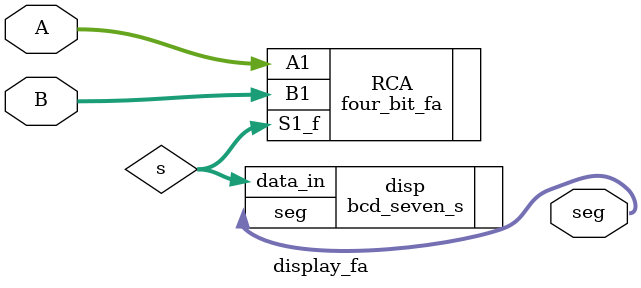
<source format=v>
`timescale 1ns / 1ps


module display_fa(

input [3:0] A,
input [3:0] B,
output [6:0] seg
    );
wire [3:0] s;   
    four_bit_fa RCA(
    .A1(A),.B1(B),.S1_f(s)
    );
    
    bcd_seven_s disp(
    .data_in(s),.seg(seg)
    );
endmodule

</source>
